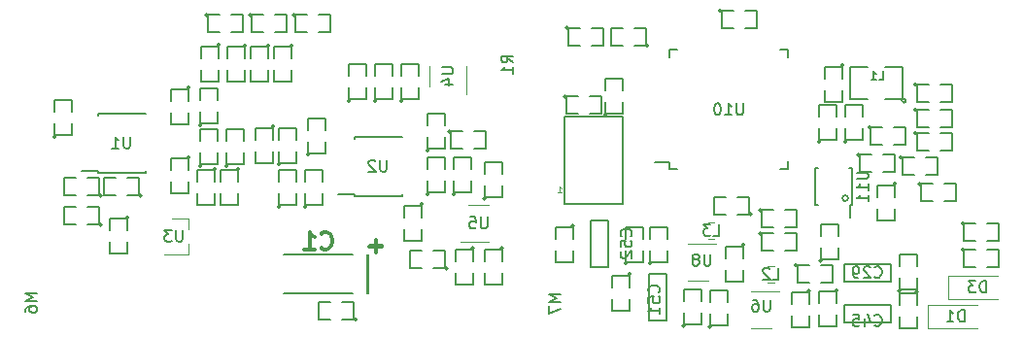
<source format=gbr>
%TF.GenerationSoftware,KiCad,Pcbnew,6.0.4-6f826c9f35~116~ubuntu20.04.1*%
%TF.CreationDate,2022-05-02T06:34:00+00:00*%
%TF.ProjectId,USTSIPIN01,55535453-4950-4494-9e30-312e6b696361,REV*%
%TF.SameCoordinates,Original*%
%TF.FileFunction,Legend,Bot*%
%TF.FilePolarity,Positive*%
%FSLAX46Y46*%
G04 Gerber Fmt 4.6, Leading zero omitted, Abs format (unit mm)*
G04 Created by KiCad (PCBNEW 6.0.4-6f826c9f35~116~ubuntu20.04.1) date 2022-05-02 06:34:00*
%MOMM*%
%LPD*%
G01*
G04 APERTURE LIST*
%ADD10C,0.304800*%
%ADD11C,0.150000*%
%ADD12C,0.050000*%
%ADD13C,0.127000*%
%ADD14C,0.120000*%
G04 APERTURE END LIST*
D10*
%TO.C,C1*%
X27719000Y18555714D02*
X27791571Y18483142D01*
X28009285Y18410571D01*
X28154428Y18410571D01*
X28372142Y18483142D01*
X28517285Y18628285D01*
X28589857Y18773428D01*
X28662428Y19063714D01*
X28662428Y19281428D01*
X28589857Y19571714D01*
X28517285Y19716857D01*
X28372142Y19862000D01*
X28154428Y19934571D01*
X28009285Y19934571D01*
X27791571Y19862000D01*
X27719000Y19789428D01*
X26267571Y18410571D02*
X27138428Y18410571D01*
X26703000Y18410571D02*
X26703000Y19934571D01*
X26848142Y19716857D01*
X26993285Y19571714D01*
X27138428Y19499142D01*
X33044291Y18691302D02*
X31883148Y18691302D01*
X32463720Y18110731D02*
X32463720Y19271874D01*
D11*
%TO.C,U1*%
X11081904Y28227619D02*
X11081904Y27418095D01*
X11034285Y27322857D01*
X10986666Y27275238D01*
X10891428Y27227619D01*
X10700952Y27227619D01*
X10605714Y27275238D01*
X10558095Y27322857D01*
X10510476Y27418095D01*
X10510476Y28227619D01*
X9510476Y27227619D02*
X10081904Y27227619D01*
X9796190Y27227619D02*
X9796190Y28227619D01*
X9891428Y28084761D01*
X9986666Y27989523D01*
X10081904Y27941904D01*
%TO.C,U4*%
X38220380Y34283904D02*
X39029904Y34283904D01*
X39125142Y34236285D01*
X39172761Y34188666D01*
X39220380Y34093428D01*
X39220380Y33902952D01*
X39172761Y33807714D01*
X39125142Y33760095D01*
X39029904Y33712476D01*
X38220380Y33712476D01*
X38553714Y32807714D02*
X39220380Y32807714D01*
X38172761Y33045809D02*
X38887047Y33283904D01*
X38887047Y32664857D01*
%TO.C,U5*%
X42196904Y21242619D02*
X42196904Y20433095D01*
X42149285Y20337857D01*
X42101666Y20290238D01*
X42006428Y20242619D01*
X41815952Y20242619D01*
X41720714Y20290238D01*
X41673095Y20337857D01*
X41625476Y20433095D01*
X41625476Y21242619D01*
X40673095Y21242619D02*
X41149285Y21242619D01*
X41196904Y20766428D01*
X41149285Y20814047D01*
X41054047Y20861666D01*
X40815952Y20861666D01*
X40720714Y20814047D01*
X40673095Y20766428D01*
X40625476Y20671190D01*
X40625476Y20433095D01*
X40673095Y20337857D01*
X40720714Y20290238D01*
X40815952Y20242619D01*
X41054047Y20242619D01*
X41149285Y20290238D01*
X41196904Y20337857D01*
%TO.C,U2*%
X33433904Y26195619D02*
X33433904Y25386095D01*
X33386285Y25290857D01*
X33338666Y25243238D01*
X33243428Y25195619D01*
X33052952Y25195619D01*
X32957714Y25243238D01*
X32910095Y25290857D01*
X32862476Y25386095D01*
X32862476Y26195619D01*
X32433904Y26100380D02*
X32386285Y26148000D01*
X32291047Y26195619D01*
X32052952Y26195619D01*
X31957714Y26148000D01*
X31910095Y26100380D01*
X31862476Y26005142D01*
X31862476Y25909904D01*
X31910095Y25767047D01*
X32481523Y25195619D01*
X31862476Y25195619D01*
%TO.C,R1*%
X44426380Y34704666D02*
X43950190Y35038000D01*
X44426380Y35276095D02*
X43426380Y35276095D01*
X43426380Y34895142D01*
X43474000Y34799904D01*
X43521619Y34752285D01*
X43616857Y34704666D01*
X43759714Y34704666D01*
X43854952Y34752285D01*
X43902571Y34799904D01*
X43950190Y34895142D01*
X43950190Y35276095D01*
X44426380Y33752285D02*
X44426380Y34323714D01*
X44426380Y34038000D02*
X43426380Y34038000D01*
X43569238Y34133238D01*
X43664476Y34228476D01*
X43712095Y34323714D01*
%TO.C,U3*%
X15653904Y20099619D02*
X15653904Y19290095D01*
X15606285Y19194857D01*
X15558666Y19147238D01*
X15463428Y19099619D01*
X15272952Y19099619D01*
X15177714Y19147238D01*
X15130095Y19194857D01*
X15082476Y19290095D01*
X15082476Y20099619D01*
X14701523Y20099619D02*
X14082476Y20099619D01*
X14415809Y19718666D01*
X14272952Y19718666D01*
X14177714Y19671047D01*
X14130095Y19623428D01*
X14082476Y19528190D01*
X14082476Y19290095D01*
X14130095Y19194857D01*
X14177714Y19147238D01*
X14272952Y19099619D01*
X14558666Y19099619D01*
X14653904Y19147238D01*
X14701523Y19194857D01*
%TO.C,D1*%
X83768095Y12120619D02*
X83768095Y13120619D01*
X83530000Y13120619D01*
X83387142Y13073000D01*
X83291904Y12977761D01*
X83244285Y12882523D01*
X83196666Y12692047D01*
X83196666Y12549190D01*
X83244285Y12358714D01*
X83291904Y12263476D01*
X83387142Y12168238D01*
X83530000Y12120619D01*
X83768095Y12120619D01*
X82244285Y12120619D02*
X82815714Y12120619D01*
X82530000Y12120619D02*
X82530000Y13120619D01*
X82625238Y12977761D01*
X82720476Y12882523D01*
X82815714Y12834904D01*
%TO.C,D3*%
X85673095Y14660619D02*
X85673095Y15660619D01*
X85435000Y15660619D01*
X85292142Y15613000D01*
X85196904Y15517761D01*
X85149285Y15422523D01*
X85101666Y15232047D01*
X85101666Y15089190D01*
X85149285Y14898714D01*
X85196904Y14803476D01*
X85292142Y14708238D01*
X85435000Y14660619D01*
X85673095Y14660619D01*
X84768333Y15660619D02*
X84149285Y15660619D01*
X84482619Y15279666D01*
X84339761Y15279666D01*
X84244523Y15232047D01*
X84196904Y15184428D01*
X84149285Y15089190D01*
X84149285Y14851095D01*
X84196904Y14755857D01*
X84244523Y14708238D01*
X84339761Y14660619D01*
X84625476Y14660619D01*
X84720714Y14708238D01*
X84768333Y14755857D01*
%TO.C,L2*%
X67086666Y15803619D02*
X67562857Y15803619D01*
X67562857Y16803619D01*
X66800952Y16708380D02*
X66753333Y16756000D01*
X66658095Y16803619D01*
X66420000Y16803619D01*
X66324761Y16756000D01*
X66277142Y16708380D01*
X66229523Y16613142D01*
X66229523Y16517904D01*
X66277142Y16375047D01*
X66848571Y15803619D01*
X66229523Y15803619D01*
%TO.C,L3*%
X61888666Y19613619D02*
X62364857Y19613619D01*
X62364857Y20613619D01*
X61650571Y20613619D02*
X61031523Y20613619D01*
X61364857Y20232666D01*
X61222000Y20232666D01*
X61126761Y20185047D01*
X61079142Y20137428D01*
X61031523Y20042190D01*
X61031523Y19804095D01*
X61079142Y19708857D01*
X61126761Y19661238D01*
X61222000Y19613619D01*
X61507714Y19613619D01*
X61602952Y19661238D01*
X61650571Y19708857D01*
%TO.C,U6*%
X66844904Y14014619D02*
X66844904Y13205095D01*
X66797285Y13109857D01*
X66749666Y13062238D01*
X66654428Y13014619D01*
X66463952Y13014619D01*
X66368714Y13062238D01*
X66321095Y13109857D01*
X66273476Y13205095D01*
X66273476Y14014619D01*
X65368714Y14014619D02*
X65559190Y14014619D01*
X65654428Y13967000D01*
X65702047Y13919380D01*
X65797285Y13776523D01*
X65844904Y13586047D01*
X65844904Y13205095D01*
X65797285Y13109857D01*
X65749666Y13062238D01*
X65654428Y13014619D01*
X65463952Y13014619D01*
X65368714Y13062238D01*
X65321095Y13109857D01*
X65273476Y13205095D01*
X65273476Y13443190D01*
X65321095Y13538428D01*
X65368714Y13586047D01*
X65463952Y13633666D01*
X65654428Y13633666D01*
X65749666Y13586047D01*
X65797285Y13538428D01*
X65844904Y13443190D01*
%TO.C,C52*%
X54713142Y19565857D02*
X54760761Y19613476D01*
X54808380Y19756333D01*
X54808380Y19851571D01*
X54760761Y19994428D01*
X54665523Y20089666D01*
X54570285Y20137285D01*
X54379809Y20184904D01*
X54236952Y20184904D01*
X54046476Y20137285D01*
X53951238Y20089666D01*
X53856000Y19994428D01*
X53808380Y19851571D01*
X53808380Y19756333D01*
X53856000Y19613476D01*
X53903619Y19565857D01*
X53808380Y18661095D02*
X53808380Y19137285D01*
X54284571Y19184904D01*
X54236952Y19137285D01*
X54189333Y19042047D01*
X54189333Y18803952D01*
X54236952Y18708714D01*
X54284571Y18661095D01*
X54379809Y18613476D01*
X54617904Y18613476D01*
X54713142Y18661095D01*
X54760761Y18708714D01*
X54808380Y18803952D01*
X54808380Y19042047D01*
X54760761Y19137285D01*
X54713142Y19184904D01*
X53903619Y18232523D02*
X53856000Y18184904D01*
X53808380Y18089666D01*
X53808380Y17851571D01*
X53856000Y17756333D01*
X53903619Y17708714D01*
X53998857Y17661095D01*
X54094095Y17661095D01*
X54236952Y17708714D01*
X54808380Y18280142D01*
X54808380Y17661095D01*
%TO.C,C51*%
X57135142Y14676857D02*
X57182761Y14724476D01*
X57230380Y14867333D01*
X57230380Y14962571D01*
X57182761Y15105428D01*
X57087523Y15200666D01*
X56992285Y15248285D01*
X56801809Y15295904D01*
X56658952Y15295904D01*
X56468476Y15248285D01*
X56373238Y15200666D01*
X56278000Y15105428D01*
X56230380Y14962571D01*
X56230380Y14867333D01*
X56278000Y14724476D01*
X56325619Y14676857D01*
X56230380Y13772095D02*
X56230380Y14248285D01*
X56706571Y14295904D01*
X56658952Y14248285D01*
X56611333Y14153047D01*
X56611333Y13914952D01*
X56658952Y13819714D01*
X56706571Y13772095D01*
X56801809Y13724476D01*
X57039904Y13724476D01*
X57135142Y13772095D01*
X57182761Y13819714D01*
X57230380Y13914952D01*
X57230380Y14153047D01*
X57182761Y14248285D01*
X57135142Y14295904D01*
X57230380Y12772095D02*
X57230380Y13343523D01*
X57230380Y13057809D02*
X56230380Y13057809D01*
X56373238Y13153047D01*
X56468476Y13248285D01*
X56516095Y13343523D01*
%TO.C,U8*%
X61655904Y17989619D02*
X61655904Y17180095D01*
X61608285Y17084857D01*
X61560666Y17037238D01*
X61465428Y16989619D01*
X61274952Y16989619D01*
X61179714Y17037238D01*
X61132095Y17084857D01*
X61084476Y17180095D01*
X61084476Y17989619D01*
X60465428Y17561047D02*
X60560666Y17608666D01*
X60608285Y17656285D01*
X60655904Y17751523D01*
X60655904Y17799142D01*
X60608285Y17894380D01*
X60560666Y17942000D01*
X60465428Y17989619D01*
X60274952Y17989619D01*
X60179714Y17942000D01*
X60132095Y17894380D01*
X60084476Y17799142D01*
X60084476Y17751523D01*
X60132095Y17656285D01*
X60179714Y17608666D01*
X60274952Y17561047D01*
X60465428Y17561047D01*
X60560666Y17513428D01*
X60608285Y17465809D01*
X60655904Y17370571D01*
X60655904Y17180095D01*
X60608285Y17084857D01*
X60560666Y17037238D01*
X60465428Y16989619D01*
X60274952Y16989619D01*
X60179714Y17037238D01*
X60132095Y17084857D01*
X60084476Y17180095D01*
X60084476Y17370571D01*
X60132095Y17465809D01*
X60179714Y17513428D01*
X60274952Y17561047D01*
%TO.C,U10*%
X64484095Y31154619D02*
X64484095Y30345095D01*
X64436476Y30249857D01*
X64388857Y30202238D01*
X64293619Y30154619D01*
X64103142Y30154619D01*
X64007904Y30202238D01*
X63960285Y30249857D01*
X63912666Y30345095D01*
X63912666Y31154619D01*
X62912666Y30154619D02*
X63484095Y30154619D01*
X63198380Y30154619D02*
X63198380Y31154619D01*
X63293619Y31011761D01*
X63388857Y30916523D01*
X63484095Y30868904D01*
X62293619Y31154619D02*
X62198380Y31154619D01*
X62103142Y31107000D01*
X62055523Y31059380D01*
X62007904Y30964142D01*
X61960285Y30773666D01*
X61960285Y30535571D01*
X62007904Y30345095D01*
X62055523Y30249857D01*
X62103142Y30202238D01*
X62198380Y30154619D01*
X62293619Y30154619D01*
X62388857Y30202238D01*
X62436476Y30249857D01*
X62484095Y30345095D01*
X62531714Y30535571D01*
X62531714Y30773666D01*
X62484095Y30964142D01*
X62436476Y31059380D01*
X62388857Y31107000D01*
X62293619Y31154619D01*
%TO.C,M7*%
X48563380Y14503523D02*
X47563380Y14503523D01*
X48277666Y14170190D01*
X47563380Y13836857D01*
X48563380Y13836857D01*
X47563380Y13455904D02*
X47563380Y12789238D01*
X48563380Y13217809D01*
%TO.C,C29*%
X75953857Y16025857D02*
X76001476Y15978238D01*
X76144333Y15930619D01*
X76239571Y15930619D01*
X76382428Y15978238D01*
X76477666Y16073476D01*
X76525285Y16168714D01*
X76572904Y16359190D01*
X76572904Y16502047D01*
X76525285Y16692523D01*
X76477666Y16787761D01*
X76382428Y16883000D01*
X76239571Y16930619D01*
X76144333Y16930619D01*
X76001476Y16883000D01*
X75953857Y16835380D01*
X75572904Y16835380D02*
X75525285Y16883000D01*
X75430047Y16930619D01*
X75191952Y16930619D01*
X75096714Y16883000D01*
X75049095Y16835380D01*
X75001476Y16740142D01*
X75001476Y16644904D01*
X75049095Y16502047D01*
X75620523Y15930619D01*
X75001476Y15930619D01*
X74525285Y15930619D02*
X74334809Y15930619D01*
X74239571Y15978238D01*
X74191952Y16025857D01*
X74096714Y16168714D01*
X74049095Y16359190D01*
X74049095Y16740142D01*
X74096714Y16835380D01*
X74144333Y16883000D01*
X74239571Y16930619D01*
X74430047Y16930619D01*
X74525285Y16883000D01*
X74572904Y16835380D01*
X74620523Y16740142D01*
X74620523Y16502047D01*
X74572904Y16406809D01*
X74525285Y16359190D01*
X74430047Y16311571D01*
X74239571Y16311571D01*
X74144333Y16359190D01*
X74096714Y16406809D01*
X74049095Y16502047D01*
D12*
%TO.C,J22*%
X48371142Y23395809D02*
X48656857Y23395809D01*
X48514000Y23395809D02*
X48514000Y23895809D01*
X48561619Y23824380D01*
X48609238Y23776761D01*
X48656857Y23752952D01*
D13*
%TO.C,L1*%
X76327000Y33183285D02*
X76689857Y33183285D01*
X76689857Y33945285D01*
X75673857Y33183285D02*
X76109285Y33183285D01*
X75891571Y33183285D02*
X75891571Y33945285D01*
X75964142Y33836428D01*
X76036714Y33763857D01*
X76109285Y33727571D01*
D11*
%TO.C,U11*%
X74392380Y25114095D02*
X75201904Y25114095D01*
X75297142Y25066476D01*
X75344761Y25018857D01*
X75392380Y24923619D01*
X75392380Y24733142D01*
X75344761Y24637904D01*
X75297142Y24590285D01*
X75201904Y24542666D01*
X74392380Y24542666D01*
X75392380Y23542666D02*
X75392380Y24114095D01*
X75392380Y23828380D02*
X74392380Y23828380D01*
X74535238Y23923619D01*
X74630476Y24018857D01*
X74678095Y24114095D01*
X75392380Y22590285D02*
X75392380Y23161714D01*
X75392380Y22876000D02*
X74392380Y22876000D01*
X74535238Y22971238D01*
X74630476Y23066476D01*
X74678095Y23161714D01*
%TO.C,C45*%
X75953857Y11834857D02*
X76001476Y11787238D01*
X76144333Y11739619D01*
X76239571Y11739619D01*
X76382428Y11787238D01*
X76477666Y11882476D01*
X76525285Y11977714D01*
X76572904Y12168190D01*
X76572904Y12311047D01*
X76525285Y12501523D01*
X76477666Y12596761D01*
X76382428Y12692000D01*
X76239571Y12739619D01*
X76144333Y12739619D01*
X76001476Y12692000D01*
X75953857Y12644380D01*
X75096714Y12406285D02*
X75096714Y11739619D01*
X75334809Y12787238D02*
X75572904Y12072952D01*
X74953857Y12072952D01*
X74096714Y12739619D02*
X74572904Y12739619D01*
X74620523Y12263428D01*
X74572904Y12311047D01*
X74477666Y12358666D01*
X74239571Y12358666D01*
X74144333Y12311047D01*
X74096714Y12263428D01*
X74049095Y12168190D01*
X74049095Y11930095D01*
X74096714Y11834857D01*
X74144333Y11787238D01*
X74239571Y11739619D01*
X74477666Y11739619D01*
X74572904Y11787238D01*
X74620523Y11834857D01*
%TO.C,M6*%
X2936380Y14564523D02*
X1936380Y14564523D01*
X2650666Y14231190D01*
X1936380Y13897857D01*
X2936380Y13897857D01*
X1936380Y12993095D02*
X1936380Y13183571D01*
X1984000Y13278809D01*
X2031619Y13326428D01*
X2174476Y13421666D01*
X2364952Y13469285D01*
X2745904Y13469285D01*
X2841142Y13421666D01*
X2888761Y13374047D01*
X2936380Y13278809D01*
X2936380Y13088333D01*
X2888761Y12993095D01*
X2841142Y12945476D01*
X2745904Y12897857D01*
X2507809Y12897857D01*
X2412571Y12945476D01*
X2364952Y12993095D01*
X2317333Y13088333D01*
X2317333Y13278809D01*
X2364952Y13374047D01*
X2412571Y13421666D01*
X2507809Y13469285D01*
%TO.C,C20*%
X10828000Y20060000D02*
X10828000Y21076000D01*
X9304000Y18028000D02*
X10828000Y18028000D01*
X9304000Y19044000D02*
X9304000Y18028000D01*
X9304000Y21076000D02*
X9304000Y20060000D01*
X10828000Y18028000D02*
X10828000Y19044000D01*
X10828000Y21076000D02*
X9304000Y21076000D01*
X10955000Y21203000D02*
G75*
G03*
X10955000Y21203000I-127000J0D01*
G01*
%TO.C,C1*%
X33065700Y18802700D02*
X31866820Y18802700D01*
X32466260Y19303080D02*
X32466260Y18203260D01*
X24488120Y17951800D02*
X30487600Y17951800D01*
X24465260Y14550740D02*
X30464740Y14550740D01*
X31783000Y17951800D02*
X31783000Y14553280D01*
X31765220Y17949260D02*
X31765220Y14550740D01*
%TO.C,C3*%
X6002000Y30410500D02*
X6002000Y31426500D01*
X6002000Y31426500D02*
X4478000Y31426500D01*
X4478000Y28378500D02*
X6002000Y28378500D01*
X6002000Y28378500D02*
X6002000Y29394500D01*
X4478000Y31426500D02*
X4478000Y30410500D01*
X4478000Y29394500D02*
X4478000Y28378500D01*
X4605000Y28251500D02*
G75*
G03*
X4605000Y28251500I-127000J0D01*
G01*
%TO.C,C4*%
X27528500Y12313000D02*
X28544500Y12313000D01*
X30576500Y12313000D02*
X30576500Y13837000D01*
X27528500Y13837000D02*
X27528500Y12313000D01*
X30576500Y13837000D02*
X29560500Y13837000D01*
X29560500Y12313000D02*
X30576500Y12313000D01*
X28544500Y13837000D02*
X27528500Y13837000D01*
X30830500Y12313000D02*
G75*
G03*
X30830500Y12313000I-127000J0D01*
G01*
%TO.C,C5*%
X8351500Y23108000D02*
X8351500Y24632000D01*
X8351500Y24632000D02*
X7335500Y24632000D01*
X5303500Y24632000D02*
X5303500Y23108000D01*
X7335500Y23108000D02*
X8351500Y23108000D01*
X5303500Y23108000D02*
X6319500Y23108000D01*
X6319500Y24632000D02*
X5303500Y24632000D01*
X8605500Y23108000D02*
G75*
G03*
X8605500Y23108000I-127000J0D01*
G01*
%TO.C,C6*%
X18956000Y22282500D02*
X20480000Y22282500D01*
X20480000Y25330500D02*
X18956000Y25330500D01*
X20480000Y22282500D02*
X20480000Y23298500D01*
X18956000Y23298500D02*
X18956000Y22282500D01*
X20480000Y24314500D02*
X20480000Y25330500D01*
X18956000Y25330500D02*
X18956000Y24314500D01*
X20607000Y25457500D02*
G75*
G03*
X20607000Y25457500I-127000J0D01*
G01*
%TO.C,C7*%
X40800000Y23362000D02*
X40800000Y24378000D01*
X39276000Y24378000D02*
X39276000Y23362000D01*
X40800000Y26410000D02*
X39276000Y26410000D01*
X40800000Y25394000D02*
X40800000Y26410000D01*
X39276000Y23362000D02*
X40800000Y23362000D01*
X39276000Y26410000D02*
X39276000Y25394000D01*
X39403000Y23235000D02*
G75*
G03*
X39403000Y23235000I-127000J0D01*
G01*
%TO.C,C8*%
X33942000Y33522000D02*
X33942000Y34538000D01*
X32418000Y32506000D02*
X32418000Y31490000D01*
X32418000Y31490000D02*
X33942000Y31490000D01*
X32418000Y34538000D02*
X32418000Y33522000D01*
X33942000Y31490000D02*
X33942000Y32506000D01*
X33942000Y34538000D02*
X32418000Y34538000D01*
X32545000Y31363000D02*
G75*
G03*
X32545000Y31363000I-127000J0D01*
G01*
%TO.C,C9*%
X40927000Y18409000D02*
X39403000Y18409000D01*
X39403000Y15361000D02*
X40927000Y15361000D01*
X39403000Y18409000D02*
X39403000Y17393000D01*
X40927000Y15361000D02*
X40927000Y16377000D01*
X39403000Y16377000D02*
X39403000Y15361000D01*
X40927000Y17393000D02*
X40927000Y18409000D01*
X41054000Y18536000D02*
G75*
G03*
X41054000Y18536000I-127000J0D01*
G01*
%TO.C,C10*%
X9812000Y24632000D02*
X8796000Y24632000D01*
X10828000Y23108000D02*
X11844000Y23108000D01*
X8796000Y23108000D02*
X9812000Y23108000D01*
X8796000Y24632000D02*
X8796000Y23108000D01*
X11844000Y23108000D02*
X11844000Y24632000D01*
X11844000Y24632000D02*
X10828000Y24632000D01*
X12098000Y23108000D02*
G75*
G03*
X12098000Y23108000I-127000J0D01*
G01*
%TO.C,C11*%
X16924000Y22282500D02*
X18448000Y22282500D01*
X18448000Y24314500D02*
X18448000Y25330500D01*
X16924000Y25330500D02*
X16924000Y24314500D01*
X16924000Y23298500D02*
X16924000Y22282500D01*
X18448000Y25330500D02*
X16924000Y25330500D01*
X18448000Y22282500D02*
X18448000Y23298500D01*
X18575000Y25457500D02*
G75*
G03*
X18575000Y25457500I-127000J0D01*
G01*
%TO.C,C12*%
X38514000Y26410000D02*
X36990000Y26410000D01*
X36990000Y24378000D02*
X36990000Y23362000D01*
X38514000Y25394000D02*
X38514000Y26410000D01*
X36990000Y23362000D02*
X38514000Y23362000D01*
X38514000Y23362000D02*
X38514000Y24378000D01*
X36990000Y26410000D02*
X36990000Y25394000D01*
X37117000Y23235000D02*
G75*
G03*
X37117000Y23235000I-127000J0D01*
G01*
%TO.C,C13*%
X36228000Y31490000D02*
X36228000Y32506000D01*
X34704000Y32506000D02*
X34704000Y31490000D01*
X36228000Y33522000D02*
X36228000Y34538000D01*
X34704000Y34538000D02*
X34704000Y33522000D01*
X36228000Y34538000D02*
X34704000Y34538000D01*
X34704000Y31490000D02*
X36228000Y31490000D01*
X34831000Y31363000D02*
G75*
G03*
X34831000Y31363000I-127000J0D01*
G01*
%TO.C,C14*%
X41943000Y18409000D02*
X41943000Y17393000D01*
X41943000Y16377000D02*
X41943000Y15361000D01*
X41943000Y15361000D02*
X43467000Y15361000D01*
X43467000Y15361000D02*
X43467000Y16377000D01*
X43467000Y17393000D02*
X43467000Y18409000D01*
X43467000Y18409000D02*
X41943000Y18409000D01*
X43594000Y18536000D02*
G75*
G03*
X43594000Y18536000I-127000J0D01*
G01*
%TO.C,C15*%
X19464000Y25838500D02*
X20988000Y25838500D01*
X20988000Y25838500D02*
X20988000Y26854500D01*
X19464000Y26854500D02*
X19464000Y25838500D01*
X20988000Y28886500D02*
X19464000Y28886500D01*
X20988000Y27870500D02*
X20988000Y28886500D01*
X19464000Y28886500D02*
X19464000Y27870500D01*
X19591000Y25711500D02*
G75*
G03*
X19591000Y25711500I-127000J0D01*
G01*
%TO.C,C16*%
X22004000Y29013500D02*
X22004000Y27997500D01*
X23528000Y25965500D02*
X23528000Y26981500D01*
X23528000Y29013500D02*
X22004000Y29013500D01*
X22004000Y26981500D02*
X22004000Y25965500D01*
X22004000Y25965500D02*
X23528000Y25965500D01*
X23528000Y27997500D02*
X23528000Y29013500D01*
X23655000Y29140500D02*
G75*
G03*
X23655000Y29140500I-127000J0D01*
G01*
%TO.C,C17*%
X26576000Y26791000D02*
X28100000Y26791000D01*
X26576000Y29839000D02*
X26576000Y28823000D01*
X28100000Y26791000D02*
X28100000Y27807000D01*
X26576000Y27807000D02*
X26576000Y26791000D01*
X28100000Y29839000D02*
X26576000Y29839000D01*
X28100000Y28823000D02*
X28100000Y29839000D01*
X26703000Y26664000D02*
G75*
G03*
X26703000Y26664000I-127000J0D01*
G01*
%TO.C,C18*%
X27846000Y22282500D02*
X27846000Y23298500D01*
X27846000Y24314500D02*
X27846000Y25330500D01*
X26322000Y22282500D02*
X27846000Y22282500D01*
X27846000Y25330500D02*
X26322000Y25330500D01*
X26322000Y25330500D02*
X26322000Y24314500D01*
X26322000Y23298500D02*
X26322000Y22282500D01*
X26449000Y22155500D02*
G75*
G03*
X26449000Y22155500I-127000J0D01*
G01*
%TO.C,C19*%
X38514000Y27172000D02*
X38514000Y28188000D01*
X36990000Y27172000D02*
X38514000Y27172000D01*
X36990000Y30220000D02*
X36990000Y29204000D01*
X38514000Y30220000D02*
X36990000Y30220000D01*
X36990000Y28188000D02*
X36990000Y27172000D01*
X38514000Y29204000D02*
X38514000Y30220000D01*
X37117000Y27045000D02*
G75*
G03*
X37117000Y27045000I-127000J0D01*
G01*
%TO.C,R3*%
X36482000Y19171000D02*
X36482000Y20187000D01*
X34958000Y19171000D02*
X36482000Y19171000D01*
X34958000Y20187000D02*
X34958000Y19171000D01*
X36482000Y21203000D02*
X36482000Y22219000D01*
X34958000Y22219000D02*
X34958000Y21203000D01*
X36482000Y22219000D02*
X34958000Y22219000D01*
X36609000Y22346000D02*
G75*
G03*
X36609000Y22346000I-127000J0D01*
G01*
%TO.C,R4*%
X31656000Y34538000D02*
X30132000Y34538000D01*
X31656000Y33522000D02*
X31656000Y34538000D01*
X31656000Y31490000D02*
X31656000Y32506000D01*
X30132000Y32506000D02*
X30132000Y31490000D01*
X30132000Y31490000D02*
X31656000Y31490000D01*
X30132000Y34538000D02*
X30132000Y33522000D01*
X30259000Y31363000D02*
G75*
G03*
X30259000Y31363000I-127000J0D01*
G01*
%TO.C,R5*%
X35466000Y18282000D02*
X35466000Y16758000D01*
X38514000Y18282000D02*
X37498000Y18282000D01*
X37498000Y16758000D02*
X38514000Y16758000D01*
X38514000Y16758000D02*
X38514000Y18282000D01*
X35466000Y16758000D02*
X36482000Y16758000D01*
X36482000Y18282000D02*
X35466000Y18282000D01*
X38768000Y16758000D02*
G75*
G03*
X38768000Y16758000I-127000J0D01*
G01*
%TO.C,R6*%
X6319500Y22092000D02*
X5303500Y22092000D01*
X8351500Y20568000D02*
X8351500Y22092000D01*
X7335500Y20568000D02*
X8351500Y20568000D01*
X8351500Y22092000D02*
X7335500Y22092000D01*
X5303500Y22092000D02*
X5303500Y20568000D01*
X5303500Y20568000D02*
X6319500Y20568000D01*
X8605500Y20568000D02*
G75*
G03*
X8605500Y20568000I-127000J0D01*
G01*
%TO.C,R7*%
X16162000Y29331000D02*
X16162000Y30347000D01*
X16162000Y32379000D02*
X14638000Y32379000D01*
X14638000Y30347000D02*
X14638000Y29331000D01*
X16162000Y31363000D02*
X16162000Y32379000D01*
X14638000Y32379000D02*
X14638000Y31363000D01*
X14638000Y29331000D02*
X16162000Y29331000D01*
X16289000Y32506000D02*
G75*
G03*
X16289000Y32506000I-127000J0D01*
G01*
%TO.C,R8*%
X18702000Y32442500D02*
X17178000Y32442500D01*
X18702000Y29394500D02*
X18702000Y30410500D01*
X17178000Y29394500D02*
X18702000Y29394500D01*
X17178000Y30410500D02*
X17178000Y29394500D01*
X18702000Y31426500D02*
X18702000Y32442500D01*
X17178000Y32442500D02*
X17178000Y31426500D01*
X17305000Y29267500D02*
G75*
G03*
X17305000Y29267500I-127000J0D01*
G01*
%TO.C,R9*%
X17178000Y25838500D02*
X18702000Y25838500D01*
X18702000Y28886500D02*
X17178000Y28886500D01*
X17178000Y28886500D02*
X17178000Y27870500D01*
X18702000Y27870500D02*
X18702000Y28886500D01*
X17178000Y26854500D02*
X17178000Y25838500D01*
X18702000Y25838500D02*
X18702000Y26854500D01*
X17305000Y25711500D02*
G75*
G03*
X17305000Y25711500I-127000J0D01*
G01*
%TO.C,R10*%
X24036000Y29013500D02*
X24036000Y27997500D01*
X25560000Y27997500D02*
X25560000Y29013500D01*
X24036000Y25965500D02*
X25560000Y25965500D01*
X24036000Y26981500D02*
X24036000Y25965500D01*
X25560000Y25965500D02*
X25560000Y26981500D01*
X25560000Y29013500D02*
X24036000Y29013500D01*
X24163000Y25838500D02*
G75*
G03*
X24163000Y25838500I-127000J0D01*
G01*
%TO.C,R11*%
X24036000Y25330500D02*
X24036000Y24314500D01*
X25560000Y24314500D02*
X25560000Y25330500D01*
X24036000Y22282500D02*
X25560000Y22282500D01*
X25560000Y22282500D02*
X25560000Y23298500D01*
X25560000Y25330500D02*
X24036000Y25330500D01*
X24036000Y23298500D02*
X24036000Y22282500D01*
X24163000Y22155500D02*
G75*
G03*
X24163000Y22155500I-127000J0D01*
G01*
%TO.C,R12*%
X41943000Y26029000D02*
X41943000Y25013000D01*
X41943000Y22981000D02*
X43467000Y22981000D01*
X43467000Y22981000D02*
X43467000Y23997000D01*
X43467000Y26029000D02*
X41943000Y26029000D01*
X41943000Y23997000D02*
X41943000Y22981000D01*
X43467000Y25013000D02*
X43467000Y26029000D01*
X42070000Y22854000D02*
G75*
G03*
X42070000Y22854000I-127000J0D01*
G01*
%TO.C,R13*%
X39022000Y28696000D02*
X39022000Y27172000D01*
X40038000Y28696000D02*
X39022000Y28696000D01*
X42070000Y27172000D02*
X42070000Y28696000D01*
X42070000Y28696000D02*
X41054000Y28696000D01*
X41054000Y27172000D02*
X42070000Y27172000D01*
X39022000Y27172000D02*
X40038000Y27172000D01*
X39022000Y28696000D02*
G75*
G03*
X39022000Y28696000I-127000J0D01*
G01*
%TO.C,U1*%
X8245000Y25250000D02*
X6845000Y25250000D01*
X8245000Y25105000D02*
X8245000Y25250000D01*
X12395000Y25105000D02*
X12395000Y25250000D01*
X8245000Y30255000D02*
X8245000Y30110000D01*
X8245000Y25105000D02*
X12395000Y25105000D01*
X8245000Y30255000D02*
X12395000Y30255000D01*
D14*
%TO.C,U4*%
X40378000Y34422000D02*
X40378000Y31972000D01*
X37158000Y32622000D02*
X37158000Y34422000D01*
%TO.C,U5*%
X42335000Y19085000D02*
X39885000Y19085000D01*
X40535000Y22305000D02*
X42335000Y22305000D01*
D11*
%TO.C,R2*%
X16162000Y23298500D02*
X16162000Y24314500D01*
X14638000Y26346500D02*
X14638000Y25330500D01*
X16162000Y25330500D02*
X16162000Y26346500D01*
X14638000Y23298500D02*
X16162000Y23298500D01*
X16162000Y26346500D02*
X14638000Y26346500D01*
X14638000Y24314500D02*
X14638000Y23298500D01*
X16289000Y26473500D02*
G75*
G03*
X16289000Y26473500I-127000J0D01*
G01*
%TO.C,U2*%
X30597000Y28223000D02*
X34747000Y28223000D01*
X30597000Y23073000D02*
X30597000Y23218000D01*
X34747000Y23073000D02*
X34747000Y23218000D01*
X30597000Y23073000D02*
X34747000Y23073000D01*
X30597000Y28223000D02*
X30597000Y28078000D01*
X30597000Y23218000D02*
X29197000Y23218000D01*
%TO.C,C2*%
X19558000Y36068000D02*
X19558000Y35052000D01*
X21082000Y35052000D02*
X21082000Y36068000D01*
X19558000Y34036000D02*
X19558000Y33020000D01*
X19558000Y33020000D02*
X21082000Y33020000D01*
X21082000Y36068000D02*
X19558000Y36068000D01*
X21082000Y33020000D02*
X21082000Y34036000D01*
X21209000Y36195000D02*
G75*
G03*
X21209000Y36195000I-127000J0D01*
G01*
D14*
%TO.C,U3*%
X16176000Y21132000D02*
X14716000Y21132000D01*
X16176000Y17972000D02*
X14016000Y17972000D01*
X16176000Y17972000D02*
X16176000Y18902000D01*
X16176000Y21132000D02*
X16176000Y20202000D01*
%TO.C,D1*%
X80607000Y13573000D02*
X84907000Y13573000D01*
X84907000Y11573000D02*
X80607000Y11573000D01*
X80607000Y11573000D02*
X80607000Y13573000D01*
D11*
%TO.C,C55*%
X71247000Y20574000D02*
X71247000Y19558000D01*
X72771000Y19558000D02*
X72771000Y20574000D01*
X72771000Y17526000D02*
X72771000Y18542000D01*
X71247000Y18542000D02*
X71247000Y17526000D01*
X72771000Y20574000D02*
X71247000Y20574000D01*
X71247000Y17526000D02*
X72771000Y17526000D01*
X71374000Y17399000D02*
G75*
G03*
X71374000Y17399000I-127000J0D01*
G01*
%TO.C,R25*%
X68135500Y18288000D02*
X69151500Y18288000D01*
X69151500Y18288000D02*
X69151500Y19812000D01*
X66103500Y19812000D02*
X66103500Y18288000D01*
X67119500Y19812000D02*
X66103500Y19812000D01*
X69151500Y19812000D02*
X68135500Y19812000D01*
X66103500Y18288000D02*
X67119500Y18288000D01*
X66103500Y19812000D02*
G75*
G03*
X66103500Y19812000I-127000J0D01*
G01*
%TO.C,R27*%
X69151500Y21844000D02*
X68135500Y21844000D01*
X68135500Y20320000D02*
X69151500Y20320000D01*
X67119500Y21844000D02*
X66103500Y21844000D01*
X66103500Y21844000D02*
X66103500Y20320000D01*
X69151500Y20320000D02*
X69151500Y21844000D01*
X66103500Y20320000D02*
X67119500Y20320000D01*
X66103500Y21844000D02*
G75*
G03*
X66103500Y21844000I-127000J0D01*
G01*
%TO.C,R28*%
X70231000Y17018000D02*
X69215000Y17018000D01*
X72263000Y15494000D02*
X72263000Y17018000D01*
X69215000Y17018000D02*
X69215000Y15494000D01*
X71247000Y15494000D02*
X72263000Y15494000D01*
X69215000Y15494000D02*
X70231000Y15494000D01*
X72263000Y17018000D02*
X71247000Y17018000D01*
X69215000Y17018000D02*
G75*
G03*
X69215000Y17018000I-127000J0D01*
G01*
%TO.C,C21*%
X23622000Y34036000D02*
X23622000Y33020000D01*
X25146000Y36068000D02*
X23622000Y36068000D01*
X25146000Y35052000D02*
X25146000Y36068000D01*
X23622000Y36068000D02*
X23622000Y35052000D01*
X23622000Y33020000D02*
X25146000Y33020000D01*
X25146000Y33020000D02*
X25146000Y34036000D01*
X25273000Y36195000D02*
G75*
G03*
X25273000Y36195000I-127000J0D01*
G01*
%TO.C,C22*%
X78105000Y12573000D02*
X78105000Y11557000D01*
X79629000Y14605000D02*
X78105000Y14605000D01*
X79629000Y11557000D02*
X79629000Y12573000D01*
X79629000Y13589000D02*
X79629000Y14605000D01*
X78105000Y14605000D02*
X78105000Y13589000D01*
X78105000Y11557000D02*
X79629000Y11557000D01*
X79756000Y14732000D02*
G75*
G03*
X79756000Y14732000I-127000J0D01*
G01*
%TO.C,C36*%
X85788500Y16891000D02*
X86804500Y16891000D01*
X86804500Y18415000D02*
X85788500Y18415000D01*
X86804500Y16891000D02*
X86804500Y18415000D01*
X84772500Y18415000D02*
X83756500Y18415000D01*
X83756500Y16891000D02*
X84772500Y16891000D01*
X83756500Y18415000D02*
X83756500Y16891000D01*
X83756500Y18415000D02*
G75*
G03*
X83756500Y18415000I-127000J0D01*
G01*
%TO.C,F1*%
X78105000Y15938500D02*
X78105000Y14922500D01*
X78105000Y14922500D02*
X79629000Y14922500D01*
X78105000Y17970500D02*
X78105000Y16954500D01*
X79629000Y16954500D02*
X79629000Y17970500D01*
X79629000Y17970500D02*
X78105000Y17970500D01*
X79629000Y14922500D02*
X79629000Y15938500D01*
X78232000Y14795500D02*
G75*
G03*
X78232000Y14795500I-127000J0D01*
G01*
%TO.C,F2*%
X84772500Y20701000D02*
X83756500Y20701000D01*
X85788500Y19177000D02*
X86804500Y19177000D01*
X83756500Y19177000D02*
X84772500Y19177000D01*
X83756500Y20701000D02*
X83756500Y19177000D01*
X86804500Y20701000D02*
X85788500Y20701000D01*
X86804500Y19177000D02*
X86804500Y20701000D01*
X83756500Y20701000D02*
G75*
G03*
X83756500Y20701000I-127000J0D01*
G01*
D14*
%TO.C,D3*%
X86685000Y14113000D02*
X82385000Y14113000D01*
X82385000Y14113000D02*
X82385000Y16113000D01*
X82385000Y16113000D02*
X86685000Y16113000D01*
%TO.C,L2*%
X67181252Y15546000D02*
X66658748Y15546000D01*
X67181252Y16966000D02*
X66658748Y16966000D01*
%TO.C,L3*%
X61983252Y20776000D02*
X61460748Y20776000D01*
X61983252Y19356000D02*
X61460748Y19356000D01*
%TO.C,U6*%
X65183000Y14757000D02*
X67633000Y14757000D01*
X66983000Y11537000D02*
X65183000Y11537000D01*
D11*
%TO.C,C50*%
X55753000Y19367500D02*
X55753000Y20383500D01*
X54229000Y18351500D02*
X54229000Y17335500D01*
X55753000Y20383500D02*
X54229000Y20383500D01*
X55753000Y17335500D02*
X55753000Y18351500D01*
X54229000Y17335500D02*
X55753000Y17335500D01*
X54229000Y20383500D02*
X54229000Y19367500D01*
X54356000Y17208500D02*
G75*
G03*
X54356000Y17208500I-127000J0D01*
G01*
%TO.C,C49*%
X63119000Y13843000D02*
X63119000Y14859000D01*
X61595000Y14859000D02*
X61595000Y13843000D01*
X61595000Y11811000D02*
X63119000Y11811000D01*
X63119000Y11811000D02*
X63119000Y12827000D01*
X61595000Y12827000D02*
X61595000Y11811000D01*
X63119000Y14859000D02*
X61595000Y14859000D01*
X61722000Y11684000D02*
G75*
G03*
X61722000Y11684000I-127000J0D01*
G01*
%TO.C,C42*%
X56388000Y17335500D02*
X57912000Y17335500D01*
X57912000Y17335500D02*
X57912000Y18351500D01*
X56388000Y18351500D02*
X56388000Y17335500D01*
X57912000Y19367500D02*
X57912000Y20383500D01*
X57912000Y20383500D02*
X56388000Y20383500D01*
X56388000Y20383500D02*
X56388000Y19367500D01*
X56515000Y17208500D02*
G75*
G03*
X56515000Y17208500I-127000J0D01*
G01*
%TO.C,C52*%
X51181000Y20955000D02*
X51181000Y16891000D01*
X51181000Y16891000D02*
X52705000Y16891000D01*
X52705000Y16891000D02*
X52578000Y16891000D01*
X52705000Y20955000D02*
X51181000Y20955000D01*
X52705000Y16891000D02*
X52705000Y20955000D01*
%TO.C,C38*%
X59309000Y12890500D02*
X59309000Y11874500D01*
X59309000Y11874500D02*
X60833000Y11874500D01*
X60833000Y11874500D02*
X60833000Y12890500D01*
X60833000Y13906500D02*
X60833000Y14922500D01*
X59309000Y14922500D02*
X59309000Y13906500D01*
X60833000Y14922500D02*
X59309000Y14922500D01*
X59436000Y11747500D02*
G75*
G03*
X59436000Y11747500I-127000J0D01*
G01*
%TO.C,C51*%
X56261000Y12192000D02*
X57785000Y12192000D01*
X57785000Y12192000D02*
X57785000Y16256000D01*
X56261000Y16256000D02*
X56261000Y12192000D01*
X57785000Y16256000D02*
X56261000Y16256000D01*
X57785000Y12192000D02*
X57658000Y12192000D01*
%TO.C,C25*%
X62992000Y15621000D02*
X64516000Y15621000D01*
X62992000Y18669000D02*
X62992000Y17653000D01*
X64516000Y17653000D02*
X64516000Y18669000D01*
X64516000Y15621000D02*
X64516000Y16637000D01*
X62992000Y16637000D02*
X62992000Y15621000D01*
X64516000Y18669000D02*
X62992000Y18669000D01*
X64643000Y18796000D02*
G75*
G03*
X64643000Y18796000I-127000J0D01*
G01*
%TO.C,C44*%
X72644000Y29972000D02*
X72644000Y30988000D01*
X72644000Y27940000D02*
X72644000Y28956000D01*
X71120000Y28956000D02*
X71120000Y27940000D01*
X71120000Y27940000D02*
X72644000Y27940000D01*
X71120000Y30988000D02*
X71120000Y29972000D01*
X72644000Y30988000D02*
X71120000Y30988000D01*
X71247000Y27813000D02*
G75*
G03*
X71247000Y27813000I-127000J0D01*
G01*
%TO.C,C40*%
X73406000Y30988000D02*
X73406000Y29972000D01*
X74930000Y30988000D02*
X73406000Y30988000D01*
X73406000Y28956000D02*
X73406000Y27940000D01*
X74930000Y29972000D02*
X74930000Y30988000D01*
X73406000Y27940000D02*
X74930000Y27940000D01*
X74930000Y27940000D02*
X74930000Y28956000D01*
X73533000Y27813000D02*
G75*
G03*
X73533000Y27813000I-127000J0D01*
G01*
%TO.C,R24*%
X80010000Y24130000D02*
X80010000Y22606000D01*
X81026000Y24130000D02*
X80010000Y24130000D01*
X80010000Y22606000D02*
X81026000Y22606000D01*
X83058000Y24130000D02*
X82042000Y24130000D01*
X82042000Y22606000D02*
X83058000Y22606000D01*
X83058000Y22606000D02*
X83058000Y24130000D01*
X80010000Y24130000D02*
G75*
G03*
X80010000Y24130000I-127000J0D01*
G01*
%TO.C,C31*%
X71628000Y31305500D02*
X73152000Y31305500D01*
X71628000Y32321500D02*
X71628000Y31305500D01*
X73152000Y31305500D02*
X73152000Y32321500D01*
X71628000Y34353500D02*
X71628000Y33337500D01*
X73152000Y34353500D02*
X71628000Y34353500D01*
X73152000Y33337500D02*
X73152000Y34353500D01*
X73279000Y34480500D02*
G75*
G03*
X73279000Y34480500I-127000J0D01*
G01*
%TO.C,C27*%
X82677000Y27051000D02*
X82677000Y28575000D01*
X79629000Y28575000D02*
X79629000Y27051000D01*
X80645000Y28575000D02*
X79629000Y28575000D01*
X79629000Y27051000D02*
X80645000Y27051000D01*
X81661000Y27051000D02*
X82677000Y27051000D01*
X82677000Y28575000D02*
X81661000Y28575000D01*
X79629000Y28575000D02*
G75*
G03*
X79629000Y28575000I-127000J0D01*
G01*
%TO.C,C53*%
X54610000Y16129000D02*
X53086000Y16129000D01*
X53086000Y14097000D02*
X53086000Y13081000D01*
X54610000Y15113000D02*
X54610000Y16129000D01*
X53086000Y16129000D02*
X53086000Y15113000D01*
X54610000Y13081000D02*
X54610000Y14097000D01*
X53086000Y13081000D02*
X54610000Y13081000D01*
X54737000Y16256000D02*
G75*
G03*
X54737000Y16256000I-127000J0D01*
G01*
D14*
%TO.C,U8*%
X59679000Y18882000D02*
X62129000Y18882000D01*
X61479000Y15662000D02*
X59679000Y15662000D01*
D11*
%TO.C,U10*%
X58075000Y25465000D02*
X58750000Y25465000D01*
X58075000Y35815000D02*
X58075000Y35140000D01*
X68425000Y25465000D02*
X68425000Y26140000D01*
X58075000Y26040000D02*
X56800000Y26040000D01*
X68425000Y25465000D02*
X67750000Y25465000D01*
X58075000Y25465000D02*
X58075000Y26040000D01*
X58075000Y35815000D02*
X58750000Y35815000D01*
X68425000Y35815000D02*
X67750000Y35815000D01*
X68425000Y35815000D02*
X68425000Y35140000D01*
%TO.C,R20*%
X78676500Y29083000D02*
X77660500Y29083000D01*
X75628500Y29083000D02*
X75628500Y27559000D01*
X77660500Y27559000D02*
X78676500Y27559000D01*
X76644500Y29083000D02*
X75628500Y29083000D01*
X78676500Y27559000D02*
X78676500Y29083000D01*
X75628500Y27559000D02*
X76644500Y27559000D01*
X75628500Y29083000D02*
G75*
G03*
X75628500Y29083000I-127000J0D01*
G01*
%TO.C,C29*%
X77343000Y17145000D02*
X77343000Y17018000D01*
X77343000Y17145000D02*
X73279000Y17145000D01*
X77343000Y15621000D02*
X77343000Y17145000D01*
X73279000Y15621000D02*
X77343000Y15621000D01*
X73279000Y17145000D02*
X73279000Y15621000D01*
%TO.C,J22*%
X48895000Y22352000D02*
X53975000Y22352000D01*
X53975000Y29972000D02*
X48895000Y29972000D01*
X53975000Y22352000D02*
X53975000Y29972000D01*
X48895000Y29972000D02*
X48895000Y22352000D01*
%TO.C,R23*%
X52133500Y31750000D02*
X51117500Y31750000D01*
X50101500Y31750000D02*
X49085500Y31750000D01*
X51117500Y30226000D02*
X52133500Y30226000D01*
X49085500Y30226000D02*
X50101500Y30226000D01*
X52133500Y30226000D02*
X52133500Y31750000D01*
X49085500Y31750000D02*
X49085500Y30226000D01*
X49085500Y31750000D02*
G75*
G03*
X49085500Y31750000I-127000J0D01*
G01*
%TO.C,C26*%
X81407000Y26416000D02*
X80391000Y26416000D01*
X79375000Y26416000D02*
X78359000Y26416000D01*
X81407000Y24892000D02*
X81407000Y26416000D01*
X78359000Y26416000D02*
X78359000Y24892000D01*
X80391000Y24892000D02*
X81407000Y24892000D01*
X78359000Y24892000D02*
X79375000Y24892000D01*
X78359000Y26416000D02*
G75*
G03*
X78359000Y26416000I-127000J0D01*
G01*
%TO.C,C28*%
X81661000Y29083000D02*
X82677000Y29083000D01*
X80645000Y30607000D02*
X79629000Y30607000D01*
X82677000Y30607000D02*
X81661000Y30607000D01*
X82677000Y29083000D02*
X82677000Y30607000D01*
X79629000Y30607000D02*
X79629000Y29083000D01*
X79629000Y29083000D02*
X80645000Y29083000D01*
X79629000Y30607000D02*
G75*
G03*
X79629000Y30607000I-127000J0D01*
G01*
%TO.C,C30*%
X49276000Y37719000D02*
X49276000Y36195000D01*
X52324000Y37719000D02*
X51308000Y37719000D01*
X50292000Y37719000D02*
X49276000Y37719000D01*
X52324000Y36195000D02*
X52324000Y37719000D01*
X51308000Y36195000D02*
X52324000Y36195000D01*
X49276000Y36195000D02*
X50292000Y36195000D01*
X49276000Y37719000D02*
G75*
G03*
X49276000Y37719000I-127000J0D01*
G01*
%TO.C,C33*%
X52959000Y37719000D02*
X52959000Y36195000D01*
X52959000Y36195000D02*
X53975000Y36195000D01*
X54991000Y36195000D02*
X56007000Y36195000D01*
X53975000Y37719000D02*
X52959000Y37719000D01*
X56007000Y37719000D02*
X54991000Y37719000D01*
X56007000Y36195000D02*
X56007000Y37719000D01*
X56261000Y36195000D02*
G75*
G03*
X56261000Y36195000I-127000J0D01*
G01*
%TO.C,C34*%
X53975000Y32321500D02*
X53975000Y33337500D01*
X53975000Y30289500D02*
X53975000Y31305500D01*
X52451000Y31305500D02*
X52451000Y30289500D01*
X52451000Y33337500D02*
X52451000Y32321500D01*
X52451000Y30289500D02*
X53975000Y30289500D01*
X53975000Y33337500D02*
X52451000Y33337500D01*
X52578000Y30162500D02*
G75*
G03*
X52578000Y30162500I-127000J0D01*
G01*
%TO.C,C35*%
X61976000Y21463000D02*
X62992000Y21463000D01*
X62992000Y22987000D02*
X61976000Y22987000D01*
X61976000Y22987000D02*
X61976000Y21463000D01*
X65024000Y21463000D02*
X65024000Y22987000D01*
X64008000Y21463000D02*
X65024000Y21463000D01*
X65024000Y22987000D02*
X64008000Y22987000D01*
X65278000Y21463000D02*
G75*
G03*
X65278000Y21463000I-127000J0D01*
G01*
%TO.C,C39*%
X63627000Y39243000D02*
X62611000Y39243000D01*
X65659000Y37719000D02*
X65659000Y39243000D01*
X64643000Y37719000D02*
X65659000Y37719000D01*
X62611000Y37719000D02*
X63627000Y37719000D01*
X62611000Y39243000D02*
X62611000Y37719000D01*
X65659000Y39243000D02*
X64643000Y39243000D01*
X62611000Y39243000D02*
G75*
G03*
X62611000Y39243000I-127000J0D01*
G01*
%TO.C,C43*%
X79629000Y31242000D02*
X80645000Y31242000D01*
X82677000Y32766000D02*
X81661000Y32766000D01*
X79629000Y32766000D02*
X79629000Y31242000D01*
X82677000Y31242000D02*
X82677000Y32766000D01*
X81661000Y31242000D02*
X82677000Y31242000D01*
X80645000Y32766000D02*
X79629000Y32766000D01*
X79629000Y32766000D02*
G75*
G03*
X79629000Y32766000I-127000J0D01*
G01*
%TO.C,C47*%
X77724000Y20955000D02*
X77724000Y21971000D01*
X76200000Y20955000D02*
X77724000Y20955000D01*
X76200000Y24003000D02*
X76200000Y22987000D01*
X77724000Y22987000D02*
X77724000Y24003000D01*
X76200000Y21971000D02*
X76200000Y20955000D01*
X77724000Y24003000D02*
X76200000Y24003000D01*
X77851000Y24130000D02*
G75*
G03*
X77851000Y24130000I-127000J0D01*
G01*
%TO.C,L1*%
X73787000Y31496000D02*
X73787000Y34290000D01*
X73787000Y34290000D02*
X75311000Y34290000D01*
X78359000Y31496000D02*
X76835000Y31496000D01*
X76835000Y34290000D02*
X78359000Y34290000D01*
X76835000Y34290000D02*
X78359000Y34290000D01*
X78359000Y34290000D02*
X78359000Y31496000D01*
X75311000Y31496000D02*
X73787000Y31496000D01*
X78665605Y31369000D02*
G75*
G03*
X78665605Y31369000I-179605J0D01*
G01*
%TO.C,R21*%
X76708000Y25146000D02*
X77724000Y25146000D01*
X77724000Y26670000D02*
X76708000Y26670000D01*
X75692000Y26670000D02*
X74676000Y26670000D01*
X74676000Y26670000D02*
X74676000Y25146000D01*
X77724000Y25146000D02*
X77724000Y26670000D01*
X74676000Y25146000D02*
X75692000Y25146000D01*
X74676000Y26670000D02*
G75*
G03*
X74676000Y26670000I-127000J0D01*
G01*
%TO.C,U11*%
X70765000Y22251000D02*
X70765000Y25501000D01*
X73840000Y22251000D02*
X73840000Y21176000D01*
X74015000Y22251000D02*
X74015000Y25501000D01*
X74015000Y22251000D02*
X73840000Y22251000D01*
X70765000Y25501000D02*
X71040000Y25501000D01*
X70765000Y22251000D02*
X71040000Y22251000D01*
X74015000Y25501000D02*
X73740000Y25501000D01*
X73640000Y22876000D02*
G75*
G03*
X73640000Y22876000I-250000J0D01*
G01*
%TO.C,C23*%
X23114000Y35052000D02*
X23114000Y36068000D01*
X21590000Y34036000D02*
X21590000Y33020000D01*
X23114000Y36068000D02*
X21590000Y36068000D01*
X23114000Y33020000D02*
X23114000Y34036000D01*
X21590000Y33020000D02*
X23114000Y33020000D01*
X21590000Y36068000D02*
X21590000Y35052000D01*
X23241000Y36195000D02*
G75*
G03*
X23241000Y36195000I-127000J0D01*
G01*
%TO.C,C24*%
X18796000Y33083500D02*
X18796000Y34099500D01*
X17272000Y34099500D02*
X17272000Y33083500D01*
X17272000Y33083500D02*
X18796000Y33083500D01*
X18796000Y36131500D02*
X17272000Y36131500D01*
X17272000Y36131500D02*
X17272000Y35115500D01*
X18796000Y35115500D02*
X18796000Y36131500D01*
X18923000Y36258500D02*
G75*
G03*
X18923000Y36258500I-127000J0D01*
G01*
%TO.C,C32*%
X68707000Y14668500D02*
X68707000Y13652500D01*
X68707000Y11620500D02*
X70231000Y11620500D01*
X70231000Y14668500D02*
X68707000Y14668500D01*
X68707000Y12636500D02*
X68707000Y11620500D01*
X70231000Y13652500D02*
X70231000Y14668500D01*
X70231000Y11620500D02*
X70231000Y12636500D01*
X70358000Y14795500D02*
G75*
G03*
X70358000Y14795500I-127000J0D01*
G01*
%TO.C,C45*%
X73279000Y12065000D02*
X77343000Y12065000D01*
X77343000Y13589000D02*
X77343000Y13462000D01*
X73279000Y13589000D02*
X73279000Y12065000D01*
X77343000Y12065000D02*
X77343000Y13589000D01*
X77343000Y13589000D02*
X73279000Y13589000D01*
%TO.C,C48*%
X71120000Y14732000D02*
X71120000Y13716000D01*
X71120000Y11684000D02*
X72644000Y11684000D01*
X72644000Y13716000D02*
X72644000Y14732000D01*
X71120000Y12700000D02*
X71120000Y11684000D01*
X72644000Y11684000D02*
X72644000Y12700000D01*
X72644000Y14732000D02*
X71120000Y14732000D01*
X72771000Y14859000D02*
G75*
G03*
X72771000Y14859000I-127000J0D01*
G01*
%TO.C,C54*%
X49657000Y17272000D02*
X49657000Y18288000D01*
X49657000Y19304000D02*
X49657000Y20320000D01*
X48133000Y17272000D02*
X49657000Y17272000D01*
X49657000Y20320000D02*
X48133000Y20320000D01*
X48133000Y18288000D02*
X48133000Y17272000D01*
X48133000Y20320000D02*
X48133000Y19304000D01*
X49784000Y20447000D02*
G75*
G03*
X49784000Y20447000I-127000J0D01*
G01*
%TO.C,R15*%
X28511500Y37338000D02*
X28511500Y38862000D01*
X27495500Y37338000D02*
X28511500Y37338000D01*
X25463500Y38862000D02*
X25463500Y37338000D01*
X28511500Y38862000D02*
X27495500Y38862000D01*
X26479500Y38862000D02*
X25463500Y38862000D01*
X25463500Y37338000D02*
X26479500Y37338000D01*
X25463500Y38862000D02*
G75*
G03*
X25463500Y38862000I-127000J0D01*
G01*
%TO.C,R19*%
X21653500Y38862000D02*
X21653500Y37338000D01*
X23685500Y37338000D02*
X24701500Y37338000D01*
X21653500Y37338000D02*
X22669500Y37338000D01*
X24701500Y37338000D02*
X24701500Y38862000D01*
X22669500Y38862000D02*
X21653500Y38862000D01*
X24701500Y38862000D02*
X23685500Y38862000D01*
X21653500Y38862000D02*
G75*
G03*
X21653500Y38862000I-127000J0D01*
G01*
%TO.C,R22*%
X20891500Y37338000D02*
X20891500Y38862000D01*
X17843500Y38862000D02*
X17843500Y37338000D01*
X17843500Y37338000D02*
X18859500Y37338000D01*
X19875500Y37338000D02*
X20891500Y37338000D01*
X20891500Y38862000D02*
X19875500Y38862000D01*
X18859500Y38862000D02*
X17843500Y38862000D01*
X17843500Y38862000D02*
G75*
G03*
X17843500Y38862000I-127000J0D01*
G01*
%TD*%
M02*

</source>
